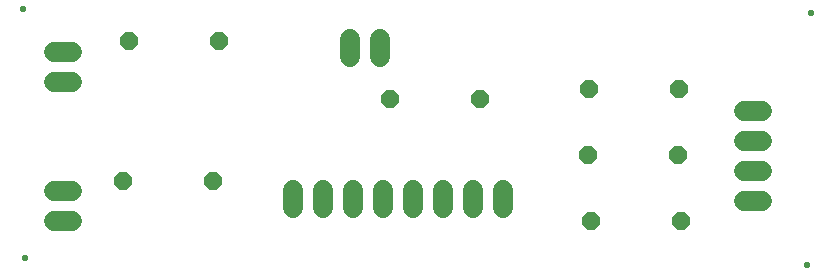
<source format=gbr>
G04 EAGLE Gerber RS-274X export*
G75*
%MOMM*%
%FSLAX34Y34*%
%LPD*%
%INSoldermask Bottom*%
%IPPOS*%
%AMOC8*
5,1,8,0,0,1.08239X$1,22.5*%
G01*
%ADD10C,0.553200*%
%ADD11C,1.727200*%
%ADD12P,1.649562X8X22.500000*%


D10*
X48310Y161856D03*
X49474Y-49083D03*
X715759Y158881D03*
X712364Y-54854D03*
D11*
X454703Y-6455D02*
X454703Y8785D01*
X429303Y8785D02*
X429303Y-6455D01*
X403903Y-6455D02*
X403903Y8785D01*
X378503Y8785D02*
X378503Y-6455D01*
X353103Y-6455D02*
X353103Y8785D01*
X327703Y8785D02*
X327703Y-6455D01*
X302303Y-6455D02*
X302303Y8785D01*
X276903Y8785D02*
X276903Y-6455D01*
D12*
X526758Y38111D03*
X602958Y38111D03*
X527576Y94214D03*
X603776Y94214D03*
X132642Y16381D03*
X208842Y16381D03*
X137671Y135230D03*
X213871Y135230D03*
X528919Y-17714D03*
X605119Y-17714D03*
D11*
X350084Y121600D02*
X350084Y136840D01*
X324684Y136840D02*
X324684Y121600D01*
D12*
X358895Y85502D03*
X435095Y85502D03*
D11*
X658790Y-214D02*
X674030Y-214D01*
X674030Y25186D02*
X658790Y25186D01*
X658790Y50586D02*
X674030Y50586D01*
X674030Y75986D02*
X658790Y75986D01*
X89600Y-17207D02*
X74360Y-17207D01*
X74360Y8193D02*
X89600Y8193D01*
X89680Y99935D02*
X74440Y99935D01*
X74440Y125335D02*
X89680Y125335D01*
M02*

</source>
